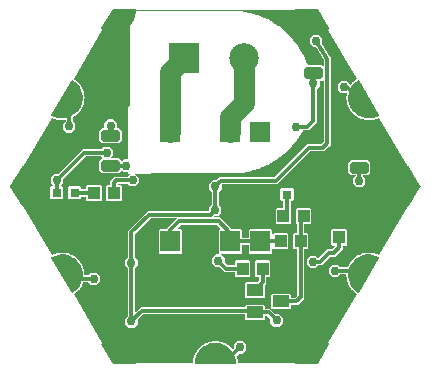
<source format=gbr>
G04 EAGLE Gerber RS-274X export*
G75*
%MOMM*%
%FSLAX34Y34*%
%LPD*%
%INTop Copper*%
%IPPOS*%
%AMOC8*
5,1,8,0,0,1.08239X$1,22.5*%
G01*
%ADD10R,0.800000X0.800000*%
%ADD11R,1.000000X1.100000*%
%ADD12C,0.499997*%
%ADD13C,1.000000*%
%ADD14R,2.500000X2.500000*%
%ADD15C,2.500000*%
%ADD16R,1.671800X1.811800*%
%ADD17R,1.400000X1.000000*%
%ADD18C,0.304800*%
%ADD19C,0.756400*%
%ADD20C,1.778000*%

G36*
X278630Y195708D02*
X278630Y195708D01*
X278658Y195706D01*
X278726Y195728D01*
X278797Y195742D01*
X278820Y195758D01*
X278847Y195767D01*
X278902Y195814D01*
X278961Y195855D01*
X278976Y195879D01*
X278998Y195897D01*
X279029Y195962D01*
X279068Y196022D01*
X279073Y196050D01*
X279085Y196076D01*
X279094Y196177D01*
X279101Y196219D01*
X279099Y196229D01*
X279100Y196242D01*
X279043Y196957D01*
X327165Y196957D01*
X327177Y196967D01*
X327176Y196968D01*
X327177Y196969D01*
X327177Y197041D01*
X327242Y197106D01*
X327243Y197110D01*
X327243Y197111D01*
X327246Y197113D01*
X327362Y198517D01*
X327359Y198521D01*
X327361Y198524D01*
X327265Y198684D01*
X327430Y199334D01*
X327429Y199335D01*
X327430Y199336D01*
X327485Y200003D01*
X327627Y200123D01*
X327628Y200128D01*
X327631Y200130D01*
X328000Y201586D01*
X328000Y201587D01*
X328000Y201588D01*
X327998Y201591D01*
X328000Y201594D01*
X327932Y201767D01*
X328201Y202381D01*
X328201Y202382D01*
X328202Y202383D01*
X328366Y203032D01*
X328526Y203127D01*
X328528Y203132D01*
X328531Y203133D01*
X329135Y204509D01*
X329134Y204511D01*
X329135Y204512D01*
X329134Y204514D01*
X329135Y204516D01*
X329097Y204698D01*
X329464Y205259D01*
X329464Y205261D01*
X329465Y205261D01*
X329734Y205874D01*
X329907Y205942D01*
X329909Y205946D01*
X329913Y205947D01*
X330735Y207205D01*
X330734Y207208D01*
X330736Y207210D01*
X330735Y207211D01*
X330737Y207212D01*
X330729Y207398D01*
X331183Y207891D01*
X331183Y207892D01*
X331184Y207892D01*
X331550Y208453D01*
X331733Y208491D01*
X331735Y208495D01*
X331739Y208495D01*
X332757Y209601D01*
X332757Y209605D01*
X332760Y209607D01*
X332783Y209792D01*
X333311Y210203D01*
X333312Y210205D01*
X333313Y210205D01*
X333767Y210698D01*
X333953Y210705D01*
X333956Y210709D01*
X333959Y210708D01*
X335145Y211631D01*
X335146Y211635D01*
X335150Y211637D01*
X335203Y211815D01*
X335792Y212134D01*
X335792Y212136D01*
X335793Y212135D01*
X336322Y212547D01*
X336507Y212524D01*
X336511Y212526D01*
X336514Y212525D01*
X337836Y213240D01*
X337837Y213245D01*
X337841Y213246D01*
X337923Y213413D01*
X338556Y213630D01*
X338557Y213632D01*
X338558Y213631D01*
X339147Y213950D01*
X339326Y213897D01*
X339330Y213899D01*
X339333Y213897D01*
X340754Y214385D01*
X340757Y214389D01*
X340760Y214389D01*
X340868Y214541D01*
X341529Y214651D01*
X341530Y214652D01*
X341531Y214652D01*
X342165Y214869D01*
X342332Y214787D01*
X342336Y214789D01*
X342339Y214786D01*
X343821Y215034D01*
X343824Y215037D01*
X343828Y215037D01*
X343959Y215169D01*
X344629Y215169D01*
X344630Y215170D01*
X344631Y215169D01*
X345292Y215279D01*
X345444Y215171D01*
X345448Y215171D01*
X345451Y215169D01*
X346953Y215169D01*
X346957Y215172D01*
X346960Y215171D01*
X347112Y215279D01*
X347773Y215169D01*
X347774Y215170D01*
X347775Y215169D01*
X348445Y215169D01*
X348576Y215037D01*
X348581Y215037D01*
X348583Y215034D01*
X350065Y214786D01*
X350069Y214789D01*
X350072Y214787D01*
X350239Y214869D01*
X350873Y214652D01*
X350874Y214652D01*
X350875Y214651D01*
X351536Y214541D01*
X351644Y214389D01*
X351648Y214388D01*
X351650Y214385D01*
X353071Y213897D01*
X353075Y213899D01*
X353078Y213897D01*
X353257Y213950D01*
X353846Y213631D01*
X353847Y213631D01*
X353848Y213630D01*
X354481Y213413D01*
X354563Y213246D01*
X354567Y213244D01*
X354568Y213240D01*
X355890Y212525D01*
X355894Y212526D01*
X355897Y212524D01*
X356082Y212547D01*
X356611Y212135D01*
X356612Y212135D01*
X356612Y212134D01*
X357201Y211815D01*
X357254Y211637D01*
X357258Y211634D01*
X357259Y211631D01*
X358445Y210708D01*
X358449Y210708D01*
X358451Y210705D01*
X358637Y210698D01*
X359091Y210205D01*
X359093Y210205D01*
X359093Y210203D01*
X359621Y209792D01*
X359644Y209607D01*
X359648Y209604D01*
X359647Y209601D01*
X360665Y208495D01*
X360670Y208494D01*
X360671Y208491D01*
X360854Y208453D01*
X360985Y208251D01*
X360986Y208251D01*
X360989Y208250D01*
X361001Y208247D01*
X361001Y208250D01*
X361004Y208249D01*
X361717Y208963D01*
X361718Y208968D01*
X361721Y208971D01*
X361721Y212160D01*
X364829Y215268D01*
X369226Y215268D01*
X372334Y212160D01*
X372334Y207763D01*
X369226Y204655D01*
X366037Y204655D01*
X366033Y204651D01*
X366029Y204651D01*
X364118Y202740D01*
X364117Y202736D01*
X364117Y202733D01*
X364115Y202729D01*
X364202Y202383D01*
X364203Y202382D01*
X364203Y202381D01*
X364472Y201767D01*
X364404Y201594D01*
X364405Y201591D01*
X364404Y201590D01*
X364405Y201588D01*
X364404Y201586D01*
X364773Y200130D01*
X364777Y200127D01*
X364777Y200123D01*
X364919Y200003D01*
X364974Y199336D01*
X364975Y199335D01*
X364974Y199334D01*
X365139Y198684D01*
X365043Y198524D01*
X365044Y198522D01*
X365043Y198522D01*
X365044Y198521D01*
X365044Y198520D01*
X365042Y198517D01*
X365158Y197113D01*
X365162Y197110D01*
X365162Y197106D01*
X365227Y197041D01*
X365227Y196969D01*
X365237Y196957D01*
X365238Y196958D01*
X365239Y196957D01*
X413361Y196957D01*
X413304Y196242D01*
X413308Y196213D01*
X413303Y196185D01*
X413320Y196116D01*
X413328Y196044D01*
X413343Y196020D01*
X413349Y195992D01*
X413392Y195934D01*
X413428Y195872D01*
X413450Y195855D01*
X413467Y195832D01*
X413529Y195795D01*
X413586Y195752D01*
X413614Y195745D01*
X413638Y195730D01*
X413738Y195714D01*
X413779Y195703D01*
X413789Y195705D01*
X413802Y195703D01*
X432802Y195703D01*
X432878Y195718D01*
X432956Y195727D01*
X432975Y195738D01*
X432997Y195742D01*
X433061Y195786D01*
X433129Y195825D01*
X433145Y195844D01*
X433161Y195855D01*
X433185Y195893D01*
X433235Y195953D01*
X442735Y212453D01*
X442744Y212480D01*
X442760Y212504D01*
X442775Y212574D01*
X442798Y212642D01*
X442795Y212670D01*
X442801Y212698D01*
X442788Y212769D01*
X442782Y212840D01*
X442769Y212865D01*
X442763Y212893D01*
X442723Y212953D01*
X442690Y213016D01*
X442668Y213034D01*
X442652Y213058D01*
X442569Y213116D01*
X442537Y213143D01*
X442526Y213146D01*
X442516Y213153D01*
X441888Y213450D01*
X465940Y255110D01*
X465940Y255113D01*
X465942Y255115D01*
X465939Y255118D01*
X465937Y255126D01*
X465936Y255126D01*
X465936Y255127D01*
X465862Y255169D01*
X465839Y255258D01*
X465834Y255261D01*
X465834Y255265D01*
X464679Y256066D01*
X464675Y256066D01*
X464673Y256068D01*
X464486Y256066D01*
X464007Y256533D01*
X464005Y256533D01*
X464005Y256535D01*
X463455Y256917D01*
X463422Y257100D01*
X463418Y257103D01*
X463418Y257106D01*
X462344Y258153D01*
X462339Y258153D01*
X462338Y258156D01*
X462153Y258184D01*
X461757Y258724D01*
X461756Y258725D01*
X461756Y258726D01*
X461276Y259193D01*
X461273Y259379D01*
X461270Y259383D01*
X461271Y259386D01*
X460384Y260595D01*
X460379Y260596D01*
X460378Y260600D01*
X460201Y260658D01*
X459899Y261256D01*
X459898Y261256D01*
X459898Y261257D01*
X459502Y261797D01*
X459530Y261981D01*
X459527Y261985D01*
X459529Y261989D01*
X458852Y263327D01*
X458848Y263329D01*
X458847Y263332D01*
X458682Y263419D01*
X458483Y264058D01*
X458482Y264059D01*
X458482Y264060D01*
X458180Y264658D01*
X458238Y264835D01*
X458236Y264839D01*
X458238Y264842D01*
X457792Y266274D01*
X457788Y266276D01*
X457787Y266280D01*
X457639Y266392D01*
X457547Y267056D01*
X457546Y267057D01*
X457547Y267058D01*
X457347Y267697D01*
X457434Y267862D01*
X457433Y267863D01*
X457434Y267864D01*
X457433Y267865D01*
X457433Y267866D01*
X457435Y267869D01*
X457230Y269355D01*
X457227Y269358D01*
X457227Y269361D01*
X457099Y269497D01*
X457118Y270166D01*
X457117Y270167D01*
X457118Y270168D01*
X457026Y270832D01*
X457139Y270980D01*
X457138Y270985D01*
X457141Y270987D01*
X457160Y271641D01*
X457149Y271653D01*
X457148Y271652D01*
X457148Y271653D01*
X451964Y271653D01*
X451960Y271650D01*
X451956Y271650D01*
X449701Y269395D01*
X445305Y269395D01*
X442197Y272504D01*
X442197Y276900D01*
X445305Y280009D01*
X449701Y280009D01*
X451956Y277754D01*
X451962Y277754D01*
X451964Y277751D01*
X458314Y277751D01*
X458321Y277757D01*
X458325Y277758D01*
X458625Y278559D01*
X458625Y278560D01*
X458624Y278564D01*
X458626Y278567D01*
X458578Y278747D01*
X458913Y279326D01*
X458913Y279328D01*
X458914Y279328D01*
X459149Y279956D01*
X459319Y280033D01*
X459321Y280037D01*
X459324Y280037D01*
X460075Y281336D01*
X460074Y281340D01*
X460076Y281341D01*
X460076Y281342D01*
X460076Y281343D01*
X460058Y281528D01*
X460485Y282045D01*
X460485Y282046D01*
X460486Y282046D01*
X460821Y282626D01*
X461001Y282674D01*
X461004Y282678D01*
X461007Y282678D01*
X461961Y283835D01*
X461961Y283840D01*
X461964Y283842D01*
X461977Y284028D01*
X462482Y284467D01*
X462483Y284469D01*
X462484Y284469D01*
X462910Y284986D01*
X463095Y285004D01*
X463098Y285007D01*
X463102Y285006D01*
X464234Y285991D01*
X464234Y285995D01*
X464237Y285997D01*
X464281Y286178D01*
X464852Y286528D01*
X464852Y286530D01*
X464853Y286529D01*
X465359Y286969D01*
X465544Y286956D01*
X465548Y286959D01*
X465551Y286958D01*
X466830Y287742D01*
X466831Y287747D01*
X466834Y287748D01*
X466907Y287919D01*
X467528Y288171D01*
X467528Y288172D01*
X467530Y288172D01*
X468100Y288522D01*
X468281Y288479D01*
X468285Y288481D01*
X468289Y288480D01*
X469678Y289043D01*
X469680Y289047D01*
X469684Y289048D01*
X469784Y289205D01*
X470438Y289351D01*
X470438Y289352D01*
X470439Y289351D01*
X471060Y289603D01*
X471232Y289531D01*
X471236Y289532D01*
X471239Y289530D01*
X472703Y289857D01*
X472705Y289861D01*
X472709Y289861D01*
X472833Y289999D01*
X473502Y290036D01*
X473503Y290037D01*
X473504Y290036D01*
X474158Y290182D01*
X474315Y290082D01*
X474319Y290083D01*
X474320Y290081D01*
X474321Y290081D01*
X474322Y290080D01*
X475819Y290162D01*
X475822Y290165D01*
X475823Y290165D01*
X475826Y290165D01*
X475972Y290281D01*
X476637Y290207D01*
X476638Y290208D01*
X476639Y290207D01*
X477308Y290243D01*
X477447Y290119D01*
X477452Y290119D01*
X477454Y290116D01*
X478944Y289950D01*
X478948Y289953D01*
X478951Y289951D01*
X479114Y290042D01*
X479758Y289859D01*
X479760Y289860D01*
X479760Y289859D01*
X480426Y289785D01*
X480542Y289639D01*
X480547Y289639D01*
X480548Y289635D01*
X481991Y289226D01*
X481995Y289228D01*
X481998Y289227D01*
X482174Y289289D01*
X482779Y289003D01*
X482781Y289004D01*
X482781Y289002D01*
X483426Y288820D01*
X483516Y288657D01*
X483521Y288656D01*
X483522Y288652D01*
X484792Y288052D01*
X484794Y288052D01*
X484795Y288052D01*
X484799Y288052D01*
X484801Y288051D01*
X484890Y288075D01*
X484941Y288045D01*
X484956Y288048D01*
X484956Y288049D01*
X484957Y288049D01*
X509010Y329711D01*
X509618Y329291D01*
X509645Y329280D01*
X509667Y329261D01*
X509736Y329241D01*
X509801Y329213D01*
X509830Y329213D01*
X509858Y329205D01*
X509929Y329213D01*
X510000Y329213D01*
X510027Y329224D01*
X510056Y329227D01*
X510118Y329262D01*
X510183Y329290D01*
X510204Y329310D01*
X510229Y329325D01*
X510292Y329402D01*
X510322Y329432D01*
X510326Y329442D01*
X510335Y329453D01*
X519835Y345953D01*
X519845Y345985D01*
X519854Y345998D01*
X519858Y346022D01*
X519859Y346026D01*
X519890Y346096D01*
X519890Y346120D01*
X519898Y346142D01*
X519892Y346218D01*
X519893Y346295D01*
X519883Y346319D01*
X519882Y346340D01*
X519861Y346379D01*
X519835Y346451D01*
X510335Y362951D01*
X510316Y362973D01*
X510303Y362999D01*
X510250Y363047D01*
X510203Y363100D01*
X510177Y363113D01*
X510156Y363132D01*
X510088Y363155D01*
X510024Y363186D01*
X509995Y363188D01*
X509968Y363197D01*
X509896Y363192D01*
X509825Y363195D01*
X509798Y363185D01*
X509769Y363183D01*
X509679Y363141D01*
X509639Y363126D01*
X509631Y363119D01*
X509618Y363113D01*
X509010Y362693D01*
X484957Y404355D01*
X484949Y404357D01*
X484948Y404359D01*
X484945Y404359D01*
X484942Y404360D01*
X484942Y404359D01*
X484941Y404359D01*
X484890Y404329D01*
X484801Y404353D01*
X484796Y404351D01*
X484792Y404352D01*
X483522Y403752D01*
X483520Y403748D01*
X483516Y403747D01*
X483426Y403584D01*
X482781Y403402D01*
X482780Y403400D01*
X482779Y403401D01*
X482174Y403115D01*
X481998Y403177D01*
X481997Y403177D01*
X481992Y403177D01*
X481991Y403178D01*
X480548Y402769D01*
X480546Y402765D01*
X480542Y402765D01*
X480426Y402619D01*
X479760Y402545D01*
X479760Y402544D01*
X479759Y402544D01*
X479758Y402545D01*
X479114Y402362D01*
X478951Y402453D01*
X478947Y402452D01*
X478944Y402454D01*
X477454Y402288D01*
X477451Y402285D01*
X477447Y402285D01*
X477308Y402161D01*
X476639Y402197D01*
X476638Y402196D01*
X476637Y402197D01*
X475972Y402123D01*
X475826Y402239D01*
X475822Y402239D01*
X475819Y402242D01*
X474322Y402324D01*
X474318Y402321D01*
X474315Y402322D01*
X474158Y402222D01*
X473504Y402368D01*
X473503Y402367D01*
X473502Y402368D01*
X472833Y402405D01*
X472709Y402543D01*
X472704Y402544D01*
X472703Y402547D01*
X471239Y402874D01*
X471235Y402872D01*
X471232Y402873D01*
X471060Y402801D01*
X470439Y403053D01*
X470438Y403052D01*
X470438Y403053D01*
X469784Y403199D01*
X469684Y403356D01*
X469680Y403358D01*
X469678Y403361D01*
X468289Y403924D01*
X468284Y403923D01*
X468281Y403925D01*
X468100Y403882D01*
X467530Y404232D01*
X467528Y404232D01*
X467528Y404233D01*
X466907Y404485D01*
X466834Y404656D01*
X466830Y404658D01*
X466829Y404662D01*
X465551Y405446D01*
X465547Y405445D01*
X465544Y405448D01*
X465359Y405435D01*
X464853Y405875D01*
X464852Y405875D01*
X464852Y405876D01*
X464281Y406226D01*
X464237Y406407D01*
X464234Y406410D01*
X464233Y406413D01*
X463102Y407398D01*
X463097Y407398D01*
X463095Y407400D01*
X462910Y407418D01*
X462484Y407935D01*
X462482Y407935D01*
X462482Y407937D01*
X461977Y408376D01*
X461964Y408562D01*
X461961Y408565D01*
X461961Y408569D01*
X461007Y409726D01*
X461003Y409726D01*
X461001Y409730D01*
X460821Y409778D01*
X460486Y410358D01*
X460484Y410358D01*
X460485Y410359D01*
X460058Y410876D01*
X460076Y411061D01*
X460074Y411065D01*
X460075Y411068D01*
X459324Y412367D01*
X459320Y412368D01*
X459319Y412371D01*
X459149Y412448D01*
X458914Y413076D01*
X458913Y413076D01*
X458913Y413078D01*
X458578Y413657D01*
X458626Y413837D01*
X458624Y413841D01*
X458625Y413845D01*
X458099Y415249D01*
X458095Y415251D01*
X458094Y415254D01*
X457940Y415358D01*
X457811Y416016D01*
X457810Y416017D01*
X457810Y416018D01*
X457575Y416645D01*
X457652Y416814D01*
X457651Y416819D01*
X457652Y416820D01*
X457652Y416821D01*
X457653Y416822D01*
X457364Y418293D01*
X457361Y418296D01*
X457361Y418299D01*
X457225Y418427D01*
X457207Y419097D01*
X457206Y419098D01*
X457206Y419099D01*
X457077Y419756D01*
X457181Y419911D01*
X457181Y419915D01*
X457183Y419918D01*
X457141Y421417D01*
X457138Y421420D01*
X457139Y421424D01*
X457026Y421572D01*
X457118Y422236D01*
X457117Y422237D01*
X457118Y422238D01*
X457099Y422907D01*
X457227Y423043D01*
X457227Y423047D01*
X457230Y423049D01*
X457435Y424535D01*
X457433Y424539D01*
X457434Y424542D01*
X457347Y424707D01*
X457475Y425117D01*
X457473Y425122D01*
X457473Y425128D01*
X457470Y425128D01*
X457469Y425131D01*
X457464Y425129D01*
X457463Y425130D01*
X457462Y425130D01*
X457460Y425129D01*
X457455Y425129D01*
X457334Y425008D01*
X452938Y425008D01*
X449829Y428116D01*
X449829Y432512D01*
X452938Y435621D01*
X457334Y435621D01*
X460443Y432512D01*
X460443Y431925D01*
X460446Y431922D01*
X460446Y431917D01*
X460450Y431917D01*
X460453Y431913D01*
X460458Y431918D01*
X460464Y431918D01*
X461271Y433018D01*
X461271Y433022D01*
X461273Y433025D01*
X461276Y433211D01*
X461756Y433678D01*
X461756Y433680D01*
X461757Y433680D01*
X462153Y434220D01*
X462338Y434248D01*
X462340Y434251D01*
X462344Y434251D01*
X463418Y435298D01*
X463419Y435302D01*
X463422Y435304D01*
X463455Y435487D01*
X464005Y435869D01*
X464005Y435871D01*
X464006Y435871D01*
X464486Y436338D01*
X464673Y436336D01*
X464676Y436339D01*
X464679Y436338D01*
X465834Y437139D01*
X465835Y437144D01*
X465839Y437146D01*
X465862Y437235D01*
X465936Y437277D01*
X465941Y437292D01*
X465940Y437293D01*
X465940Y437294D01*
X441888Y478954D01*
X442516Y479251D01*
X442538Y479268D01*
X442565Y479278D01*
X442617Y479327D01*
X442675Y479370D01*
X442689Y479395D01*
X442710Y479414D01*
X442739Y479480D01*
X442775Y479542D01*
X442778Y479570D01*
X442790Y479596D01*
X442791Y479668D01*
X442800Y479739D01*
X442792Y479766D01*
X442793Y479795D01*
X442757Y479890D01*
X442746Y479930D01*
X442739Y479939D01*
X442735Y479951D01*
X433235Y496451D01*
X433183Y496510D01*
X433137Y496572D01*
X433118Y496583D01*
X433103Y496600D01*
X433033Y496634D01*
X432966Y496674D01*
X432942Y496678D01*
X432924Y496686D01*
X432879Y496688D01*
X432802Y496701D01*
X413802Y496701D01*
X413774Y496696D01*
X413746Y496698D01*
X413678Y496676D01*
X413607Y496662D01*
X413584Y496646D01*
X413557Y496637D01*
X413502Y496590D01*
X413443Y496549D01*
X413428Y496525D01*
X413407Y496507D01*
X413375Y496442D01*
X413336Y496382D01*
X413331Y496354D01*
X413319Y496328D01*
X413310Y496227D01*
X413303Y496185D01*
X413305Y496175D01*
X413304Y496162D01*
X413361Y495447D01*
X279043Y495447D01*
X279100Y496162D01*
X279096Y496191D01*
X279101Y496219D01*
X279084Y496288D01*
X279076Y496360D01*
X279062Y496384D01*
X279055Y496412D01*
X279012Y496470D01*
X278977Y496532D01*
X278954Y496549D01*
X278937Y496572D01*
X278875Y496609D01*
X278818Y496652D01*
X278790Y496659D01*
X278766Y496674D01*
X278666Y496690D01*
X278625Y496701D01*
X278615Y496699D01*
X278602Y496701D01*
X259602Y496701D01*
X259526Y496686D01*
X259448Y496677D01*
X259429Y496666D01*
X259407Y496662D01*
X259343Y496618D01*
X259275Y496579D01*
X259259Y496560D01*
X259243Y496549D01*
X259219Y496511D01*
X259169Y496451D01*
X249669Y479951D01*
X249660Y479924D01*
X249644Y479900D01*
X249629Y479830D01*
X249606Y479762D01*
X249609Y479734D01*
X249603Y479706D01*
X249617Y479636D01*
X249622Y479564D01*
X249635Y479539D01*
X249641Y479511D01*
X249681Y479451D01*
X249714Y479388D01*
X249736Y479370D01*
X249752Y479346D01*
X249835Y479288D01*
X249867Y479261D01*
X249878Y479258D01*
X249889Y479251D01*
X250516Y478954D01*
X226464Y437294D01*
X226467Y437278D01*
X226468Y437278D01*
X226468Y437277D01*
X226542Y437235D01*
X226565Y437146D01*
X226570Y437143D01*
X226570Y437139D01*
X227725Y436338D01*
X227729Y436338D01*
X227731Y436336D01*
X227918Y436338D01*
X228398Y435871D01*
X228399Y435871D01*
X228399Y435869D01*
X228949Y435487D01*
X228982Y435304D01*
X228986Y435301D01*
X228986Y435298D01*
X230060Y434251D01*
X230065Y434251D01*
X230066Y434248D01*
X230251Y434220D01*
X230647Y433680D01*
X230648Y433679D01*
X230648Y433678D01*
X231128Y433211D01*
X231131Y433025D01*
X231134Y433021D01*
X231133Y433018D01*
X232020Y431809D01*
X232025Y431808D01*
X232026Y431804D01*
X232203Y431746D01*
X232505Y431148D01*
X232506Y431148D01*
X232506Y431147D01*
X232902Y430607D01*
X232874Y430423D01*
X232876Y430420D01*
X232875Y430420D01*
X232877Y430419D01*
X232875Y430415D01*
X233552Y429077D01*
X233556Y429075D01*
X233557Y429072D01*
X233722Y428985D01*
X233921Y428346D01*
X233922Y428345D01*
X233922Y428344D01*
X234224Y427746D01*
X234166Y427569D01*
X234166Y427568D01*
X234165Y427567D01*
X234167Y427565D01*
X234166Y427562D01*
X234612Y426130D01*
X234616Y426128D01*
X234617Y426124D01*
X234765Y426012D01*
X234857Y425348D01*
X234858Y425347D01*
X234857Y425346D01*
X235057Y424707D01*
X234970Y424542D01*
X234971Y424538D01*
X234969Y424535D01*
X235174Y423049D01*
X235177Y423046D01*
X235177Y423043D01*
X235305Y422907D01*
X235286Y422238D01*
X235287Y422237D01*
X235286Y422236D01*
X235378Y421572D01*
X235265Y421424D01*
X235266Y421421D01*
X235264Y421419D01*
X235264Y421418D01*
X235263Y421417D01*
X235221Y419918D01*
X235224Y419914D01*
X235223Y419911D01*
X235327Y419756D01*
X235198Y419099D01*
X235198Y419098D01*
X235197Y419097D01*
X235179Y418427D01*
X235043Y418299D01*
X235043Y418295D01*
X235040Y418293D01*
X234751Y416822D01*
X234754Y416818D01*
X234752Y416814D01*
X234829Y416645D01*
X234594Y416018D01*
X234594Y416016D01*
X234593Y416016D01*
X234464Y415358D01*
X234310Y415254D01*
X234309Y415250D01*
X234305Y415249D01*
X233779Y413845D01*
X233780Y413840D01*
X233780Y413839D01*
X233779Y413839D01*
X233779Y413838D01*
X233778Y413837D01*
X233826Y413657D01*
X233491Y413078D01*
X233491Y413076D01*
X233490Y413076D01*
X233255Y412448D01*
X233085Y412371D01*
X233083Y412367D01*
X233080Y412367D01*
X232329Y411068D01*
X232330Y411064D01*
X232328Y411061D01*
X232346Y410876D01*
X231919Y410359D01*
X231919Y410358D01*
X231918Y410358D01*
X231583Y409778D01*
X231403Y409729D01*
X231400Y409726D01*
X231397Y409726D01*
X230443Y408569D01*
X230443Y408565D01*
X230440Y408562D01*
X230427Y408376D01*
X229922Y407937D01*
X229921Y407935D01*
X229920Y407935D01*
X229494Y407418D01*
X229309Y407400D01*
X229306Y407397D01*
X229302Y407398D01*
X228170Y406413D01*
X228170Y406409D01*
X228167Y406407D01*
X228123Y406226D01*
X227552Y405876D01*
X227552Y405874D01*
X227551Y405875D01*
X227045Y405435D01*
X226860Y405448D01*
X226856Y405445D01*
X226853Y405446D01*
X225574Y404662D01*
X225573Y404657D01*
X225570Y404656D01*
X225497Y404485D01*
X225410Y404449D01*
X225406Y404441D01*
X225403Y404438D01*
X225403Y401443D01*
X225407Y401439D01*
X225406Y401434D01*
X227661Y399180D01*
X227661Y394784D01*
X224552Y391675D01*
X220156Y391675D01*
X217047Y394784D01*
X217047Y399180D01*
X219302Y401434D01*
X219302Y401440D01*
X219305Y401443D01*
X219305Y402378D01*
X219295Y402390D01*
X219294Y402389D01*
X219293Y402389D01*
X219293Y402390D01*
X218902Y402368D01*
X218901Y402367D01*
X218900Y402368D01*
X218246Y402222D01*
X218089Y402322D01*
X218084Y402321D01*
X218082Y402324D01*
X216585Y402242D01*
X216581Y402239D01*
X216578Y402239D01*
X216432Y402123D01*
X215767Y402197D01*
X215766Y402196D01*
X215765Y402197D01*
X215096Y402161D01*
X214957Y402285D01*
X214952Y402285D01*
X214950Y402288D01*
X213460Y402454D01*
X213456Y402451D01*
X213453Y402453D01*
X213290Y402362D01*
X212646Y402545D01*
X212645Y402544D01*
X212644Y402544D01*
X212644Y402545D01*
X211978Y402619D01*
X211862Y402765D01*
X211857Y402765D01*
X211856Y402769D01*
X210413Y403178D01*
X210412Y403177D01*
X210407Y403177D01*
X210406Y403177D01*
X210230Y403115D01*
X209625Y403401D01*
X209623Y403400D01*
X209623Y403402D01*
X208978Y403584D01*
X208888Y403747D01*
X208883Y403748D01*
X208882Y403752D01*
X207612Y404352D01*
X207607Y404351D01*
X207603Y404353D01*
X207514Y404329D01*
X207463Y404359D01*
X207461Y404359D01*
X207460Y404359D01*
X207456Y404359D01*
X207454Y404357D01*
X207448Y404356D01*
X207448Y404355D01*
X207447Y404355D01*
X183394Y362693D01*
X182786Y363113D01*
X182759Y363124D01*
X182737Y363143D01*
X182668Y363163D01*
X182603Y363191D01*
X182574Y363191D01*
X182546Y363199D01*
X182475Y363191D01*
X182404Y363192D01*
X182377Y363180D01*
X182348Y363177D01*
X182286Y363142D01*
X182221Y363114D01*
X182200Y363094D01*
X182175Y363079D01*
X182112Y363002D01*
X182082Y362972D01*
X182078Y362962D01*
X182069Y362951D01*
X172569Y346451D01*
X172545Y346378D01*
X172514Y346308D01*
X172514Y346284D01*
X172506Y346262D01*
X172513Y346186D01*
X172512Y346109D01*
X172521Y346085D01*
X172522Y346064D01*
X172543Y346025D01*
X172562Y345973D01*
X172563Y345967D01*
X172565Y345965D01*
X172569Y345953D01*
X182069Y329453D01*
X182088Y329431D01*
X182101Y329405D01*
X182154Y329357D01*
X182201Y329304D01*
X182227Y329291D01*
X182249Y329272D01*
X182316Y329249D01*
X182380Y329218D01*
X182409Y329217D01*
X182436Y329207D01*
X182508Y329212D01*
X182579Y329209D01*
X182606Y329219D01*
X182635Y329221D01*
X182725Y329263D01*
X182765Y329278D01*
X182773Y329285D01*
X182786Y329291D01*
X183394Y329711D01*
X207447Y288049D01*
X207462Y288044D01*
X207462Y288045D01*
X207463Y288045D01*
X207514Y288075D01*
X207603Y288051D01*
X207605Y288052D01*
X207609Y288052D01*
X207610Y288052D01*
X207612Y288052D01*
X208882Y288652D01*
X208884Y288656D01*
X208888Y288657D01*
X208978Y288820D01*
X209623Y289002D01*
X209624Y289004D01*
X209625Y289003D01*
X210230Y289289D01*
X210406Y289227D01*
X210410Y289228D01*
X210413Y289226D01*
X211856Y289635D01*
X211858Y289639D01*
X211862Y289639D01*
X211978Y289785D01*
X212644Y289859D01*
X212645Y289860D01*
X212646Y289859D01*
X213290Y290042D01*
X213453Y289951D01*
X213457Y289952D01*
X213460Y289950D01*
X214950Y290116D01*
X214953Y290119D01*
X214957Y290119D01*
X215096Y290243D01*
X215765Y290207D01*
X215766Y290208D01*
X215767Y290207D01*
X216432Y290281D01*
X216578Y290165D01*
X216582Y290165D01*
X216585Y290162D01*
X218082Y290080D01*
X218083Y290081D01*
X218084Y290081D01*
X218086Y290083D01*
X218089Y290082D01*
X218246Y290182D01*
X218900Y290036D01*
X218901Y290037D01*
X218902Y290036D01*
X219571Y289999D01*
X219695Y289861D01*
X219700Y289860D01*
X219701Y289857D01*
X221165Y289530D01*
X221169Y289532D01*
X221172Y289531D01*
X221344Y289603D01*
X221965Y289351D01*
X221966Y289352D01*
X221966Y289351D01*
X222620Y289205D01*
X222720Y289048D01*
X222724Y289046D01*
X222726Y289043D01*
X224115Y288480D01*
X224120Y288481D01*
X224123Y288479D01*
X224304Y288522D01*
X224874Y288172D01*
X224876Y288172D01*
X224876Y288171D01*
X225497Y287919D01*
X225570Y287748D01*
X225574Y287746D01*
X225575Y287742D01*
X226853Y286958D01*
X226857Y286959D01*
X226860Y286956D01*
X227045Y286969D01*
X227551Y286529D01*
X227552Y286529D01*
X227552Y286528D01*
X228123Y286178D01*
X228167Y285997D01*
X228170Y285994D01*
X228171Y285991D01*
X229302Y285006D01*
X229307Y285006D01*
X229309Y285004D01*
X229494Y284986D01*
X229920Y284469D01*
X229922Y284469D01*
X229922Y284467D01*
X230427Y284028D01*
X230440Y283842D01*
X230443Y283839D01*
X230443Y283835D01*
X231397Y282678D01*
X231401Y282678D01*
X231403Y282674D01*
X231583Y282626D01*
X231918Y282046D01*
X231920Y282046D01*
X231919Y282045D01*
X232346Y281528D01*
X232328Y281343D01*
X232330Y281339D01*
X232329Y281336D01*
X233080Y280037D01*
X233084Y280036D01*
X233085Y280033D01*
X233255Y279956D01*
X233490Y279328D01*
X233491Y279328D01*
X233491Y279326D01*
X233826Y278747D01*
X233778Y278567D01*
X233780Y278564D01*
X233779Y278563D01*
X233780Y278562D01*
X233779Y278559D01*
X234305Y277155D01*
X234309Y277153D01*
X234310Y277150D01*
X234464Y277046D01*
X234593Y276388D01*
X234594Y276387D01*
X234594Y276386D01*
X234829Y275759D01*
X234752Y275590D01*
X234753Y275585D01*
X234751Y275582D01*
X235040Y274111D01*
X235043Y274108D01*
X235043Y274105D01*
X235179Y273977D01*
X235197Y273307D01*
X235198Y273306D01*
X235198Y273305D01*
X235327Y272648D01*
X235223Y272493D01*
X235223Y272489D01*
X235221Y272487D01*
X235221Y272486D01*
X235263Y270987D01*
X235266Y270984D01*
X235265Y270980D01*
X235323Y270904D01*
X235329Y270903D01*
X235332Y270899D01*
X238612Y270899D01*
X238616Y270903D01*
X238620Y270903D01*
X240875Y273157D01*
X245271Y273157D01*
X248380Y270049D01*
X248380Y265653D01*
X245271Y262544D01*
X240875Y262544D01*
X238620Y264798D01*
X238615Y264799D01*
X238612Y264802D01*
X234193Y264802D01*
X234192Y264801D01*
X234191Y264802D01*
X234189Y264798D01*
X234181Y264792D01*
X234183Y264789D01*
X234182Y264786D01*
X234224Y264658D01*
X233922Y264060D01*
X233922Y264059D01*
X233921Y264058D01*
X233722Y263419D01*
X233557Y263332D01*
X233555Y263328D01*
X233552Y263327D01*
X232875Y261989D01*
X232877Y261984D01*
X232874Y261981D01*
X232902Y261797D01*
X232506Y261257D01*
X232506Y261256D01*
X232505Y261256D01*
X232203Y260658D01*
X232026Y260600D01*
X232024Y260596D01*
X232020Y260595D01*
X231133Y259386D01*
X231133Y259382D01*
X231131Y259379D01*
X231128Y259193D01*
X230648Y258726D01*
X230648Y258724D01*
X230647Y258724D01*
X230251Y258184D01*
X230066Y258156D01*
X230064Y258153D01*
X230060Y258153D01*
X228986Y257106D01*
X228985Y257102D01*
X228984Y257101D01*
X228982Y257100D01*
X228949Y256917D01*
X228399Y256535D01*
X228399Y256533D01*
X228397Y256533D01*
X227918Y256066D01*
X227731Y256068D01*
X227728Y256065D01*
X227725Y256066D01*
X226570Y255265D01*
X226569Y255260D01*
X226565Y255258D01*
X226542Y255169D01*
X226468Y255127D01*
X226466Y255121D01*
X226462Y255118D01*
X226464Y255115D01*
X226463Y255112D01*
X226464Y255111D01*
X226464Y255110D01*
X250516Y213450D01*
X249889Y213153D01*
X249866Y213136D01*
X249839Y213126D01*
X249787Y213077D01*
X249729Y213034D01*
X249715Y213009D01*
X249694Y212990D01*
X249665Y212924D01*
X249629Y212862D01*
X249626Y212834D01*
X249614Y212808D01*
X249613Y212736D01*
X249604Y212665D01*
X249612Y212638D01*
X249612Y212609D01*
X249647Y212514D01*
X249658Y212474D01*
X249665Y212465D01*
X249669Y212453D01*
X259169Y195953D01*
X259221Y195895D01*
X259267Y195832D01*
X259286Y195821D01*
X259301Y195804D01*
X259371Y195770D01*
X259438Y195730D01*
X259463Y195726D01*
X259480Y195718D01*
X259525Y195716D01*
X259602Y195703D01*
X278602Y195703D01*
X278630Y195708D01*
G37*
%LPC*%
G36*
X272919Y226532D02*
X272919Y226532D01*
X269811Y229640D01*
X269811Y234037D01*
X272083Y236309D01*
X272083Y236313D01*
X272084Y236313D01*
X272083Y236314D01*
X272083Y236315D01*
X272087Y236317D01*
X272087Y277187D01*
X272083Y277191D01*
X272083Y277195D01*
X269829Y279450D01*
X269829Y283846D01*
X272083Y286101D01*
X272083Y286104D01*
X272083Y286105D01*
X272083Y286106D01*
X272087Y286109D01*
X272087Y308468D01*
X273876Y310258D01*
X287191Y323573D01*
X288980Y325362D01*
X340721Y325362D01*
X340733Y325372D01*
X340732Y325373D01*
X340733Y325374D01*
X340733Y328324D01*
X343150Y330741D01*
X343150Y330747D01*
X343153Y330749D01*
X343153Y341741D01*
X343150Y341745D01*
X343150Y341749D01*
X340895Y344004D01*
X340895Y348400D01*
X344004Y351509D01*
X347192Y351509D01*
X347196Y351512D01*
X347201Y351512D01*
X349557Y353868D01*
X395838Y353868D01*
X395843Y353872D01*
X395847Y353872D01*
X424073Y382098D01*
X435757Y382098D01*
X435761Y382102D01*
X435765Y382102D01*
X437750Y384086D01*
X437750Y384091D01*
X437753Y384094D01*
X437753Y437052D01*
X437750Y437056D01*
X437751Y437060D01*
X437746Y437060D01*
X437743Y437064D01*
X437738Y437061D01*
X437733Y437061D01*
X436389Y435717D01*
X434418Y435717D01*
X434415Y435714D01*
X434411Y435715D01*
X434411Y435711D01*
X434406Y435707D01*
X434410Y435703D01*
X434410Y435697D01*
X434534Y435573D01*
X434534Y431177D01*
X432104Y428747D01*
X432104Y428741D01*
X432100Y428738D01*
X432100Y400451D01*
X425349Y393699D01*
X420342Y393699D01*
X420336Y393694D01*
X420331Y393692D01*
X420290Y393604D01*
X420291Y393599D01*
X420289Y393596D01*
X420312Y393498D01*
X420027Y393041D01*
X420027Y393040D01*
X420026Y393039D01*
X419798Y392551D01*
X419703Y392517D01*
X419701Y392512D01*
X419697Y392512D01*
X415963Y386525D01*
X415964Y386520D01*
X415961Y386517D01*
X415972Y386417D01*
X415634Y385997D01*
X415634Y385996D01*
X415633Y385996D01*
X415348Y385539D01*
X415250Y385516D01*
X415247Y385512D01*
X415243Y385512D01*
X410817Y380017D01*
X410818Y380012D01*
X410815Y380009D01*
X410814Y379908D01*
X410427Y379532D01*
X410427Y379531D01*
X410088Y379111D01*
X409988Y379101D01*
X409985Y379097D01*
X409981Y379097D01*
X404928Y374173D01*
X404927Y374168D01*
X404924Y374166D01*
X404911Y374066D01*
X404482Y373739D01*
X404482Y373738D01*
X404481Y373738D01*
X404095Y373362D01*
X403994Y373363D01*
X403991Y373360D01*
X403987Y373361D01*
X398379Y369079D01*
X398378Y369074D01*
X398375Y369072D01*
X398349Y368975D01*
X397885Y368702D01*
X397885Y368701D01*
X397884Y368701D01*
X397455Y368374D01*
X397355Y368387D01*
X397351Y368384D01*
X397348Y368386D01*
X391266Y364808D01*
X391265Y364803D01*
X391261Y364802D01*
X391224Y364708D01*
X390730Y364493D01*
X390730Y364492D01*
X390729Y364492D01*
X390264Y364219D01*
X390167Y364244D01*
X390162Y364242D01*
X390159Y364243D01*
X383692Y361422D01*
X383690Y361417D01*
X383686Y361417D01*
X383638Y361328D01*
X383122Y361173D01*
X383121Y361172D01*
X383120Y361173D01*
X382626Y360957D01*
X382533Y360994D01*
X382528Y360992D01*
X382525Y360994D01*
X375766Y358970D01*
X375763Y358966D01*
X375759Y358965D01*
X375701Y358883D01*
X375170Y358791D01*
X375169Y358791D01*
X374652Y358636D01*
X374564Y358684D01*
X374559Y358683D01*
X374556Y358685D01*
X367564Y357480D01*
X367561Y357477D01*
X367557Y357477D01*
X367458Y357377D01*
X366955Y357375D01*
X366954Y357374D01*
X366953Y357375D01*
X366457Y357290D01*
X366342Y357371D01*
X366338Y357370D01*
X366336Y357373D01*
X363299Y357361D01*
X363291Y357361D01*
X360255Y357349D01*
X360247Y357349D01*
X357210Y357337D01*
X357202Y357337D01*
X354166Y357325D01*
X354158Y357325D01*
X351122Y357313D01*
X351114Y357313D01*
X348077Y357301D01*
X348069Y357301D01*
X345033Y357289D01*
X345025Y357289D01*
X341989Y357277D01*
X341981Y357277D01*
X338944Y357265D01*
X338936Y357265D01*
X335900Y357253D01*
X335892Y357253D01*
X332855Y357242D01*
X332848Y357242D01*
X332847Y357242D01*
X329811Y357230D01*
X329803Y357230D01*
X326767Y357218D01*
X326759Y357218D01*
X323722Y357206D01*
X323714Y357206D01*
X320678Y357194D01*
X320670Y357194D01*
X317634Y357182D01*
X317626Y357182D01*
X314589Y357170D01*
X314581Y357170D01*
X311545Y357158D01*
X311537Y357158D01*
X308501Y357146D01*
X308493Y357146D01*
X305456Y357134D01*
X305448Y357134D01*
X302412Y357122D01*
X302404Y357122D01*
X299367Y357110D01*
X299360Y357110D01*
X299359Y357110D01*
X296323Y357098D01*
X296315Y357098D01*
X293279Y357086D01*
X293271Y357086D01*
X290234Y357074D01*
X290226Y357074D01*
X287190Y357062D01*
X287182Y357062D01*
X284146Y357051D01*
X284138Y357051D01*
X281101Y357039D01*
X281093Y357039D01*
X278057Y357027D01*
X278049Y357027D01*
X275013Y357015D01*
X275005Y357015D01*
X274176Y357011D01*
X274172Y357008D01*
X274167Y357008D01*
X274164Y357005D01*
X273540Y357009D01*
X272917Y357007D01*
X272914Y357010D01*
X272908Y357010D01*
X272906Y357013D01*
X272901Y357013D01*
X272464Y357456D01*
X272021Y357896D01*
X272021Y357901D01*
X272017Y357905D01*
X272017Y357909D01*
X272014Y357912D01*
X272017Y358343D01*
X272006Y358355D01*
X272006Y358354D01*
X272005Y358355D01*
X268647Y358355D01*
X266845Y360157D01*
X266841Y360158D01*
X266838Y360161D01*
X266835Y360158D01*
X266829Y360158D01*
X266829Y360153D01*
X266825Y360149D01*
X266825Y359521D01*
X264467Y357163D01*
X250133Y357163D01*
X247775Y359521D01*
X247775Y367855D01*
X250133Y370213D01*
X250954Y370213D01*
X250958Y370215D01*
X250962Y370215D01*
X250962Y370219D01*
X250966Y370223D01*
X250963Y370227D01*
X250963Y370233D01*
X249690Y371506D01*
X249684Y371507D01*
X249681Y371510D01*
X236365Y371510D01*
X236361Y371506D01*
X236357Y371506D01*
X217348Y352497D01*
X217347Y352493D01*
X217346Y352492D01*
X217347Y352491D01*
X217344Y352489D01*
X217344Y349300D01*
X215090Y347046D01*
X215089Y347040D01*
X215086Y347037D01*
X215086Y346184D01*
X215096Y346172D01*
X215097Y346173D01*
X215098Y346172D01*
X216669Y346172D01*
X217562Y345279D01*
X217562Y336015D01*
X216669Y335122D01*
X207406Y335122D01*
X206513Y336015D01*
X206513Y345279D01*
X207406Y346172D01*
X208977Y346172D01*
X208988Y346182D01*
X208988Y346183D01*
X208989Y346184D01*
X208989Y347037D01*
X208985Y347042D01*
X208985Y347046D01*
X206731Y349300D01*
X206731Y353697D01*
X209839Y356805D01*
X213028Y356805D01*
X213032Y356809D01*
X213036Y356809D01*
X233835Y377607D01*
X249681Y377607D01*
X249685Y377611D01*
X249690Y377611D01*
X251944Y379865D01*
X256340Y379865D01*
X259449Y376757D01*
X259449Y372360D01*
X257322Y370233D01*
X257321Y370229D01*
X257318Y370226D01*
X257321Y370223D01*
X257321Y370217D01*
X257326Y370217D01*
X257330Y370213D01*
X264467Y370213D01*
X266825Y367855D01*
X266825Y367175D01*
X266827Y367172D01*
X266827Y367168D01*
X266831Y367167D01*
X266835Y367163D01*
X266839Y367167D01*
X266845Y367167D01*
X268647Y368969D01*
X272076Y368969D01*
X272088Y368979D01*
X272087Y368980D01*
X272088Y368981D01*
X272845Y481894D01*
X273092Y482096D01*
X273114Y482123D01*
X273150Y482152D01*
X275177Y484445D01*
X275194Y484474D01*
X275225Y484509D01*
X276857Y487097D01*
X276869Y487129D01*
X276894Y487168D01*
X278090Y489985D01*
X278097Y490018D01*
X278116Y490061D01*
X278844Y493033D01*
X278846Y493067D01*
X278857Y493112D01*
X279002Y494936D01*
X292856Y494941D01*
X360314Y494963D01*
X360315Y494964D01*
X360317Y494967D01*
X360321Y494966D01*
X360373Y495010D01*
X360939Y494963D01*
X360940Y494964D01*
X360940Y494963D01*
X361508Y494964D01*
X361557Y494915D01*
X361562Y494915D01*
X361564Y494912D01*
X368564Y494334D01*
X368567Y494337D01*
X368571Y494336D01*
X368655Y494391D01*
X369183Y494283D01*
X369184Y494283D01*
X369185Y494283D01*
X369722Y494238D01*
X369787Y494161D01*
X369792Y494161D01*
X369794Y494157D01*
X376705Y492737D01*
X376709Y492739D01*
X376713Y492738D01*
X376803Y492783D01*
X377314Y492611D01*
X377315Y492612D01*
X377316Y492611D01*
X377844Y492503D01*
X377899Y492418D01*
X377904Y492417D01*
X377905Y492414D01*
X384596Y490173D01*
X384600Y490175D01*
X384604Y490173D01*
X384699Y490207D01*
X385186Y489976D01*
X385187Y489976D01*
X385698Y489804D01*
X385743Y489714D01*
X385748Y489712D01*
X385749Y489709D01*
X392122Y486681D01*
X392127Y486683D01*
X392130Y486680D01*
X392228Y486703D01*
X392684Y486415D01*
X392685Y486415D01*
X392685Y486414D01*
X393172Y486183D01*
X393206Y486088D01*
X393210Y486085D01*
X393210Y486082D01*
X399174Y482311D01*
X399177Y482311D01*
X399178Y482311D01*
X399180Y482311D01*
X399182Y482309D01*
X399282Y482319D01*
X399700Y481979D01*
X399701Y481979D01*
X399701Y481978D01*
X400157Y481690D01*
X400179Y481591D01*
X400183Y481589D01*
X400183Y481585D01*
X405651Y477125D01*
X405656Y477126D01*
X405658Y477123D01*
X405759Y477121D01*
X406133Y476732D01*
X406134Y476732D01*
X406134Y476731D01*
X406551Y476391D01*
X406562Y476290D01*
X406565Y476287D01*
X406565Y476283D01*
X411458Y471200D01*
X411463Y471199D01*
X411465Y471196D01*
X411565Y471182D01*
X411889Y470752D01*
X411890Y470751D01*
X412264Y470362D01*
X412262Y470261D01*
X412265Y470258D01*
X412264Y470254D01*
X416511Y464620D01*
X416516Y464619D01*
X416518Y464615D01*
X416615Y464589D01*
X416886Y464123D01*
X416887Y464123D01*
X416887Y464122D01*
X417211Y463692D01*
X417197Y463592D01*
X417200Y463588D01*
X417198Y463584D01*
X420738Y457480D01*
X420743Y457479D01*
X420744Y457475D01*
X420838Y457438D01*
X421050Y456943D01*
X421051Y456942D01*
X421051Y456941D01*
X421322Y456475D01*
X421296Y456378D01*
X421298Y456373D01*
X421297Y456372D01*
X421296Y456370D01*
X424078Y449885D01*
X424082Y449883D01*
X424083Y449880D01*
X424171Y449831D01*
X424323Y449314D01*
X424324Y449313D01*
X424323Y449312D01*
X424536Y448817D01*
X424522Y448783D01*
X424523Y448781D01*
X424521Y448780D01*
X424524Y448777D01*
X424527Y448768D01*
X424531Y448769D01*
X424533Y448767D01*
X436389Y448767D01*
X437733Y447423D01*
X437737Y447423D01*
X437740Y447420D01*
X437743Y447422D01*
X437748Y447422D01*
X437749Y447428D01*
X437753Y447431D01*
X437753Y453187D01*
X437750Y453190D01*
X437751Y453193D01*
X431095Y464125D01*
X431087Y464127D01*
X431084Y464131D01*
X429231Y464131D01*
X426122Y467240D01*
X426122Y471636D01*
X429231Y474744D01*
X433627Y474744D01*
X436736Y471636D01*
X436736Y467240D01*
X436495Y466998D01*
X436494Y466987D01*
X436493Y466984D01*
X443215Y455944D01*
X443217Y455943D01*
X443217Y455942D01*
X443850Y455308D01*
X443850Y454904D01*
X443853Y454901D01*
X443852Y454898D01*
X444062Y454552D01*
X443851Y453682D01*
X443852Y453680D01*
X443850Y453679D01*
X443850Y381563D01*
X442061Y379774D01*
X440077Y377790D01*
X438288Y376001D01*
X426603Y376001D01*
X426599Y375997D01*
X426595Y375997D01*
X398369Y347771D01*
X352087Y347771D01*
X352083Y347767D01*
X352079Y347767D01*
X351512Y347201D01*
X351512Y347195D01*
X351509Y347192D01*
X351509Y344004D01*
X349254Y341749D01*
X349254Y341744D01*
X349251Y341741D01*
X349251Y330424D01*
X349254Y330420D01*
X349254Y330416D01*
X351346Y328324D01*
X351346Y323928D01*
X348238Y320819D01*
X345049Y320819D01*
X345045Y320815D01*
X345041Y320816D01*
X344098Y319873D01*
X344098Y319869D01*
X344095Y319867D01*
X344095Y319866D01*
X344098Y319863D01*
X344097Y319857D01*
X344103Y319857D01*
X344107Y319853D01*
X350157Y319853D01*
X359606Y310404D01*
X359612Y310403D01*
X359615Y310400D01*
X367954Y310400D01*
X368847Y309507D01*
X368847Y302877D01*
X368857Y302865D01*
X368858Y302866D01*
X368859Y302865D01*
X374467Y302865D01*
X374479Y302876D01*
X374479Y302877D01*
X374479Y309507D01*
X375372Y310400D01*
X393354Y310400D01*
X394247Y309507D01*
X394247Y302877D01*
X394257Y302865D01*
X394258Y302866D01*
X394259Y302865D01*
X394909Y302865D01*
X394921Y302876D01*
X394921Y302877D01*
X394921Y305920D01*
X395814Y306813D01*
X407077Y306813D01*
X407971Y305920D01*
X407971Y293657D01*
X407077Y292764D01*
X395814Y292764D01*
X394921Y293657D01*
X394921Y296756D01*
X394911Y296768D01*
X394910Y296767D01*
X394909Y296768D01*
X394259Y296768D01*
X394247Y296757D01*
X394248Y296757D01*
X394247Y296756D01*
X394247Y290126D01*
X393354Y289233D01*
X375372Y289233D01*
X374479Y290126D01*
X374479Y296756D01*
X374469Y296768D01*
X374468Y296767D01*
X374467Y296768D01*
X368859Y296768D01*
X368847Y296757D01*
X368848Y296757D01*
X368847Y296756D01*
X368847Y290126D01*
X367954Y289233D01*
X349972Y289233D01*
X349079Y290126D01*
X349079Y309507D01*
X349972Y310400D01*
X350958Y310400D01*
X350961Y310403D01*
X350965Y310403D01*
X350965Y310407D01*
X350970Y310411D01*
X350966Y310415D01*
X350966Y310421D01*
X347635Y313752D01*
X347630Y313752D01*
X347629Y313753D01*
X347628Y313753D01*
X347627Y313755D01*
X316827Y313755D01*
X316823Y313752D01*
X316819Y313752D01*
X313488Y310421D01*
X313487Y310417D01*
X313484Y310414D01*
X313487Y310411D01*
X313487Y310405D01*
X313492Y310405D01*
X313496Y310400D01*
X317154Y310400D01*
X318047Y309507D01*
X318047Y290126D01*
X317154Y289233D01*
X299172Y289233D01*
X298279Y290126D01*
X298279Y309507D01*
X299172Y310400D01*
X305102Y310400D01*
X305114Y310411D01*
X305113Y310412D01*
X305114Y310412D01*
X305114Y310670D01*
X312507Y318063D01*
X313688Y319244D01*
X313688Y319248D01*
X313691Y319251D01*
X313689Y319254D01*
X313689Y319260D01*
X313683Y319260D01*
X313680Y319265D01*
X291511Y319265D01*
X291507Y319261D01*
X291503Y319261D01*
X278188Y305946D01*
X278187Y305940D01*
X278184Y305938D01*
X278184Y286109D01*
X278188Y286105D01*
X278188Y286101D01*
X280442Y283846D01*
X280442Y279450D01*
X278188Y277195D01*
X278187Y277191D01*
X278186Y277190D01*
X278187Y277189D01*
X278184Y277187D01*
X278184Y239292D01*
X278187Y239289D01*
X278187Y239285D01*
X278191Y239285D01*
X278195Y239281D01*
X278199Y239284D01*
X278204Y239284D01*
X282784Y243863D01*
X371032Y243863D01*
X371043Y243874D01*
X371043Y243875D01*
X371043Y245034D01*
X371937Y245927D01*
X387200Y245927D01*
X388093Y245034D01*
X388093Y242463D01*
X388103Y242451D01*
X388104Y242452D01*
X388105Y242451D01*
X392629Y242451D01*
X396946Y238134D01*
X396951Y238134D01*
X396954Y238131D01*
X400142Y238131D01*
X403251Y235022D01*
X403251Y230626D01*
X400143Y227517D01*
X395746Y227517D01*
X392638Y230626D01*
X392638Y233814D01*
X392634Y233819D01*
X392634Y233823D01*
X390107Y236350D01*
X390102Y236350D01*
X390101Y236350D01*
X390098Y236353D01*
X388105Y236353D01*
X388093Y236343D01*
X388094Y236342D01*
X388093Y236342D01*
X388093Y233771D01*
X387200Y232877D01*
X371937Y232877D01*
X371043Y233771D01*
X371043Y237754D01*
X371033Y237766D01*
X371032Y237765D01*
X371032Y237766D01*
X285314Y237766D01*
X285310Y237762D01*
X285306Y237762D01*
X280428Y232884D01*
X280428Y232880D01*
X280425Y232878D01*
X280426Y232877D01*
X280424Y232876D01*
X280424Y229640D01*
X277316Y226532D01*
X272919Y226532D01*
G37*
%LPD*%
%LPC*%
G36*
X393937Y242377D02*
X393937Y242377D01*
X393043Y243271D01*
X393043Y254534D01*
X393937Y255427D01*
X409200Y255427D01*
X410093Y254534D01*
X410093Y251836D01*
X410103Y251824D01*
X410104Y251825D01*
X410105Y251824D01*
X413573Y251824D01*
X413577Y251828D01*
X413581Y251827D01*
X415394Y253640D01*
X415394Y253644D01*
X415396Y253646D01*
X415396Y253647D01*
X415397Y253648D01*
X415397Y292752D01*
X415387Y292764D01*
X415386Y292763D01*
X415385Y292764D01*
X412814Y292764D01*
X411921Y293657D01*
X411921Y305920D01*
X412814Y306813D01*
X415385Y306813D01*
X415397Y306824D01*
X415396Y306825D01*
X415397Y306825D01*
X415397Y314139D01*
X415387Y314151D01*
X415386Y314150D01*
X415385Y314151D01*
X415156Y314151D01*
X414263Y315044D01*
X414263Y327307D01*
X415156Y328200D01*
X426419Y328200D01*
X427312Y327307D01*
X427312Y315044D01*
X426419Y314151D01*
X421506Y314151D01*
X421495Y314140D01*
X421495Y314139D01*
X421495Y306825D01*
X421505Y306813D01*
X421506Y306814D01*
X421506Y306813D01*
X424077Y306813D01*
X424971Y305920D01*
X424971Y293657D01*
X424077Y292764D01*
X421506Y292764D01*
X421495Y292753D01*
X421495Y292752D01*
X421495Y251118D01*
X416103Y245727D01*
X410105Y245727D01*
X410093Y245716D01*
X410094Y245715D01*
X410093Y245715D01*
X410093Y243271D01*
X409200Y242377D01*
X393937Y242377D01*
G37*
%LPD*%
G36*
X363231Y195709D02*
X363231Y195709D01*
X363260Y195706D01*
X363327Y195728D01*
X363397Y195742D01*
X363421Y195759D01*
X363449Y195768D01*
X363502Y195815D01*
X363561Y195855D01*
X363577Y195879D01*
X363599Y195899D01*
X363630Y195963D01*
X363668Y196022D01*
X363673Y196051D01*
X363685Y196077D01*
X363694Y196177D01*
X363701Y196219D01*
X363698Y196229D01*
X363700Y196243D01*
X363468Y199041D01*
X363458Y199075D01*
X363454Y199123D01*
X362765Y201844D01*
X362750Y201876D01*
X362738Y201922D01*
X361610Y204494D01*
X361590Y204522D01*
X361571Y204566D01*
X360035Y206917D01*
X360011Y206941D01*
X359985Y206982D01*
X358083Y209047D01*
X358055Y209068D01*
X358022Y209103D01*
X355807Y210828D01*
X355776Y210843D01*
X355738Y210873D01*
X353268Y212209D01*
X353235Y212219D01*
X353193Y212242D01*
X352007Y212650D01*
X350553Y213149D01*
X350537Y213154D01*
X350503Y213159D01*
X350457Y213174D01*
X347688Y213636D01*
X347653Y213635D01*
X347606Y213643D01*
X344798Y213643D01*
X344764Y213636D01*
X344716Y213636D01*
X341947Y213174D01*
X341914Y213162D01*
X341867Y213154D01*
X339211Y212242D01*
X339181Y212225D01*
X339136Y212209D01*
X336666Y210873D01*
X336640Y210851D01*
X336597Y210828D01*
X334382Y209103D01*
X334359Y209077D01*
X334321Y209047D01*
X332419Y206982D01*
X332401Y206952D01*
X332369Y206917D01*
X330833Y204566D01*
X330820Y204534D01*
X330794Y204494D01*
X329666Y201922D01*
X329659Y201889D01*
X329656Y201882D01*
X329650Y201873D01*
X329649Y201867D01*
X329639Y201844D01*
X328950Y199123D01*
X328948Y199088D01*
X328936Y199041D01*
X328704Y196243D01*
X328708Y196214D01*
X328703Y196185D01*
X328720Y196116D01*
X328728Y196046D01*
X328742Y196020D01*
X328749Y195992D01*
X328791Y195935D01*
X328826Y195873D01*
X328850Y195855D01*
X328867Y195832D01*
X328928Y195796D01*
X328985Y195753D01*
X329013Y195745D01*
X329038Y195730D01*
X329136Y195714D01*
X329177Y195703D01*
X329188Y195705D01*
X329202Y195703D01*
X363202Y195703D01*
X363231Y195709D01*
G37*
G36*
X224809Y256012D02*
X224809Y256012D01*
X224880Y256009D01*
X224907Y256019D01*
X224936Y256021D01*
X225026Y256063D01*
X225066Y256078D01*
X225074Y256086D01*
X225087Y256092D01*
X227390Y257691D01*
X227414Y257717D01*
X227454Y257744D01*
X229463Y259701D01*
X229482Y259730D01*
X229517Y259763D01*
X231176Y262024D01*
X231191Y262055D01*
X231220Y262094D01*
X232484Y264597D01*
X232493Y264631D01*
X232515Y264674D01*
X233351Y267351D01*
X233354Y267385D01*
X233369Y267431D01*
X233752Y270210D01*
X233750Y270244D01*
X233756Y270292D01*
X233677Y273095D01*
X233669Y273129D01*
X233668Y273177D01*
X233129Y275929D01*
X233115Y275961D01*
X233106Y276009D01*
X232121Y278634D01*
X232106Y278659D01*
X232101Y278679D01*
X232093Y278690D01*
X232086Y278709D01*
X230682Y281137D01*
X230659Y281163D01*
X230635Y281205D01*
X228851Y283368D01*
X228824Y283390D01*
X228793Y283427D01*
X226677Y285268D01*
X226647Y285285D01*
X226611Y285317D01*
X224220Y286784D01*
X224188Y286795D01*
X224147Y286821D01*
X221548Y287874D01*
X221514Y287881D01*
X221469Y287899D01*
X218732Y288510D01*
X218697Y288511D01*
X218650Y288522D01*
X215850Y288674D01*
X215816Y288669D01*
X215768Y288672D01*
X212980Y288362D01*
X212947Y288351D01*
X212899Y288346D01*
X210201Y287581D01*
X210171Y287565D01*
X210124Y287552D01*
X207589Y286353D01*
X207565Y286336D01*
X207538Y286326D01*
X207486Y286277D01*
X207429Y286234D01*
X207415Y286209D01*
X207394Y286189D01*
X207365Y286124D01*
X207329Y286063D01*
X207326Y286034D01*
X207314Y286007D01*
X207313Y285936D01*
X207304Y285865D01*
X207312Y285837D01*
X207312Y285808D01*
X207346Y285715D01*
X207358Y285674D01*
X207365Y285665D01*
X207370Y285652D01*
X224370Y256252D01*
X224389Y256230D01*
X224402Y256204D01*
X224455Y256156D01*
X224502Y256103D01*
X224528Y256091D01*
X224550Y256071D01*
X224617Y256048D01*
X224681Y256018D01*
X224710Y256016D01*
X224738Y256007D01*
X224809Y256012D01*
G37*
G36*
X476588Y403735D02*
X476588Y403735D01*
X476636Y403732D01*
X479424Y404042D01*
X479457Y404053D01*
X479505Y404058D01*
X482203Y404823D01*
X482233Y404839D01*
X482280Y404852D01*
X484815Y406051D01*
X484839Y406068D01*
X484866Y406078D01*
X484918Y406127D01*
X484975Y406170D01*
X484989Y406195D01*
X485011Y406215D01*
X485039Y406280D01*
X485075Y406342D01*
X485078Y406370D01*
X485090Y406397D01*
X485091Y406468D01*
X485100Y406539D01*
X485092Y406567D01*
X485092Y406596D01*
X485058Y406689D01*
X485046Y406730D01*
X485039Y406739D01*
X485034Y406752D01*
X468034Y436152D01*
X468015Y436174D01*
X468002Y436200D01*
X467949Y436248D01*
X467902Y436301D01*
X467876Y436313D01*
X467854Y436333D01*
X467787Y436356D01*
X467723Y436386D01*
X467694Y436388D01*
X467666Y436397D01*
X467595Y436392D01*
X467524Y436395D01*
X467497Y436385D01*
X467468Y436383D01*
X467378Y436341D01*
X467338Y436326D01*
X467330Y436318D01*
X467317Y436312D01*
X465014Y434713D01*
X464990Y434688D01*
X464950Y434660D01*
X462941Y432703D01*
X462922Y432674D01*
X462887Y432641D01*
X461228Y430380D01*
X461213Y430349D01*
X461184Y430310D01*
X459920Y427807D01*
X459911Y427773D01*
X459889Y427730D01*
X459053Y425053D01*
X459050Y425019D01*
X459035Y424973D01*
X458652Y422194D01*
X458654Y422160D01*
X458648Y422112D01*
X458727Y419309D01*
X458735Y419275D01*
X458736Y419227D01*
X459275Y416475D01*
X459289Y416443D01*
X459298Y416395D01*
X460283Y413770D01*
X460301Y413740D01*
X460318Y413695D01*
X461722Y411267D01*
X461745Y411241D01*
X461769Y411200D01*
X463553Y409036D01*
X463580Y409014D01*
X463611Y408977D01*
X465727Y407136D01*
X465757Y407119D01*
X465793Y407088D01*
X468184Y405620D01*
X468216Y405609D01*
X468257Y405583D01*
X470856Y404530D01*
X470890Y404523D01*
X470935Y404505D01*
X473672Y403894D01*
X473707Y403893D01*
X473754Y403882D01*
X476554Y403730D01*
X476588Y403735D01*
G37*
G36*
X467628Y256013D02*
X467628Y256013D01*
X467699Y256012D01*
X467726Y256023D01*
X467755Y256027D01*
X467817Y256061D01*
X467882Y256089D01*
X467903Y256110D01*
X467928Y256124D01*
X467991Y256200D01*
X468021Y256231D01*
X468025Y256241D01*
X468034Y256252D01*
X485034Y285652D01*
X485043Y285680D01*
X485060Y285704D01*
X485075Y285773D01*
X485097Y285841D01*
X485095Y285870D01*
X485101Y285898D01*
X485088Y285968D01*
X485082Y286039D01*
X485069Y286065D01*
X485063Y286093D01*
X485023Y286152D01*
X484991Y286215D01*
X484968Y286234D01*
X484952Y286258D01*
X484870Y286315D01*
X484837Y286342D01*
X484827Y286345D01*
X484815Y286353D01*
X482280Y287552D01*
X482246Y287560D01*
X482203Y287581D01*
X479505Y288346D01*
X479470Y288348D01*
X479424Y288362D01*
X476636Y288672D01*
X476602Y288669D01*
X476554Y288674D01*
X473754Y288522D01*
X473720Y288513D01*
X473672Y288510D01*
X470935Y287899D01*
X470903Y287885D01*
X470856Y287874D01*
X468257Y286821D01*
X468228Y286802D01*
X468184Y286784D01*
X465793Y285317D01*
X465768Y285293D01*
X465727Y285268D01*
X463611Y283427D01*
X463590Y283400D01*
X463553Y283368D01*
X461769Y281205D01*
X461753Y281174D01*
X461722Y281137D01*
X460318Y278709D01*
X460307Y278676D01*
X460300Y278663D01*
X460290Y278649D01*
X460290Y278646D01*
X460283Y278634D01*
X459298Y276009D01*
X459292Y275974D01*
X459275Y275929D01*
X458736Y273177D01*
X458736Y273143D01*
X458727Y273095D01*
X458648Y270292D01*
X458654Y270258D01*
X458652Y270210D01*
X459035Y267431D01*
X459047Y267399D01*
X459053Y267351D01*
X459889Y264674D01*
X459906Y264643D01*
X459920Y264597D01*
X461184Y262094D01*
X461206Y262067D01*
X461228Y262024D01*
X462887Y259763D01*
X462913Y259740D01*
X462941Y259701D01*
X464950Y257744D01*
X464979Y257725D01*
X465014Y257691D01*
X467317Y256092D01*
X467344Y256080D01*
X467367Y256062D01*
X467435Y256041D01*
X467500Y256013D01*
X467529Y256013D01*
X467557Y256005D01*
X467628Y256013D01*
G37*
G36*
X218650Y403882D02*
X218650Y403882D01*
X218684Y403891D01*
X218732Y403894D01*
X221469Y404505D01*
X221501Y404519D01*
X221548Y404530D01*
X224147Y405583D01*
X224176Y405602D01*
X224220Y405620D01*
X226611Y407088D01*
X226636Y407111D01*
X226677Y407136D01*
X228793Y408977D01*
X228814Y409004D01*
X228851Y409036D01*
X230635Y411200D01*
X230651Y411230D01*
X230682Y411267D01*
X232086Y413695D01*
X232097Y413728D01*
X232121Y413770D01*
X233106Y416395D01*
X233112Y416430D01*
X233129Y416475D01*
X233668Y419227D01*
X233668Y419262D01*
X233677Y419309D01*
X233756Y422112D01*
X233751Y422146D01*
X233752Y422194D01*
X233369Y424973D01*
X233357Y425005D01*
X233351Y425053D01*
X232515Y427730D01*
X232498Y427761D01*
X232484Y427807D01*
X231220Y430310D01*
X231198Y430337D01*
X231176Y430380D01*
X229517Y432641D01*
X229491Y432664D01*
X229463Y432703D01*
X227454Y434660D01*
X227425Y434679D01*
X227390Y434713D01*
X225087Y436312D01*
X225060Y436324D01*
X225037Y436342D01*
X224969Y436363D01*
X224904Y436391D01*
X224875Y436391D01*
X224847Y436399D01*
X224776Y436391D01*
X224705Y436392D01*
X224678Y436381D01*
X224649Y436377D01*
X224587Y436343D01*
X224522Y436315D01*
X224501Y436294D01*
X224476Y436280D01*
X224413Y436204D01*
X224383Y436173D01*
X224379Y436163D01*
X224370Y436152D01*
X207370Y406752D01*
X207361Y406724D01*
X207344Y406700D01*
X207329Y406631D01*
X207307Y406563D01*
X207309Y406534D01*
X207303Y406506D01*
X207316Y406436D01*
X207322Y406365D01*
X207335Y406339D01*
X207341Y406311D01*
X207381Y406252D01*
X207413Y406189D01*
X207436Y406170D01*
X207452Y406146D01*
X207534Y406089D01*
X207567Y406062D01*
X207577Y406059D01*
X207589Y406051D01*
X210124Y404852D01*
X210158Y404844D01*
X210201Y404823D01*
X212899Y404058D01*
X212934Y404056D01*
X212980Y404042D01*
X215768Y403732D01*
X215802Y403735D01*
X215850Y403730D01*
X218650Y403882D01*
G37*
%LPC*%
G36*
X371937Y251877D02*
X371937Y251877D01*
X371043Y252771D01*
X371043Y264034D01*
X371937Y264927D01*
X381776Y264927D01*
X381781Y264931D01*
X381785Y264930D01*
X383161Y266307D01*
X383161Y266311D01*
X383163Y266312D01*
X383162Y266313D01*
X383164Y266315D01*
X383164Y269521D01*
X383154Y269533D01*
X383153Y269532D01*
X383153Y269533D01*
X380582Y269533D01*
X379688Y270426D01*
X379688Y282689D01*
X380582Y283582D01*
X391845Y283582D01*
X392738Y282689D01*
X392738Y270426D01*
X391845Y269533D01*
X389274Y269533D01*
X389262Y269523D01*
X389263Y269522D01*
X389262Y269521D01*
X389262Y263784D01*
X388096Y262619D01*
X388096Y262615D01*
X388096Y262614D01*
X388096Y262613D01*
X388093Y262610D01*
X388093Y252771D01*
X387200Y251877D01*
X371937Y251877D01*
G37*
%LPD*%
%LPC*%
G36*
X426452Y277019D02*
X426452Y277019D01*
X423344Y280128D01*
X423344Y284524D01*
X426452Y287633D01*
X430849Y287633D01*
X433103Y285378D01*
X433108Y285378D01*
X433109Y285378D01*
X433111Y285375D01*
X433722Y285375D01*
X433727Y285379D01*
X433731Y285378D01*
X441096Y292743D01*
X444926Y292743D01*
X444931Y292747D01*
X444935Y292747D01*
X447954Y295766D01*
X447954Y295771D01*
X447957Y295774D01*
X447958Y295775D01*
X447958Y295923D01*
X447947Y295935D01*
X447946Y295934D01*
X447946Y295935D01*
X445375Y295935D01*
X444482Y296828D01*
X444482Y309091D01*
X445375Y309985D01*
X456638Y309985D01*
X457531Y309091D01*
X457531Y296828D01*
X456638Y295935D01*
X454067Y295935D01*
X454055Y295925D01*
X454056Y295924D01*
X454055Y295923D01*
X454055Y293244D01*
X447457Y286646D01*
X443627Y286646D01*
X443622Y286642D01*
X443618Y286642D01*
X436253Y279277D01*
X433111Y279277D01*
X433107Y279274D01*
X433103Y279274D01*
X430849Y277019D01*
X426452Y277019D01*
G37*
%LPD*%
%LPC*%
G36*
X254648Y333675D02*
X254648Y333675D01*
X253754Y334568D01*
X253754Y346831D01*
X254648Y347724D01*
X257219Y347724D01*
X257230Y347735D01*
X257230Y347736D01*
X257230Y350635D01*
X261073Y354478D01*
X271708Y354478D01*
X271712Y354482D01*
X271716Y354482D01*
X273971Y356736D01*
X278367Y356736D01*
X281476Y353627D01*
X281476Y349231D01*
X278367Y346123D01*
X273971Y346123D01*
X271716Y348377D01*
X271711Y348377D01*
X271708Y348381D01*
X263604Y348381D01*
X263600Y348377D01*
X263596Y348377D01*
X263331Y348113D01*
X263331Y348107D01*
X263328Y348104D01*
X263328Y347736D01*
X263338Y347724D01*
X263339Y347725D01*
X263340Y347724D01*
X265911Y347724D01*
X266804Y346831D01*
X266804Y334568D01*
X265911Y333675D01*
X254648Y333675D01*
G37*
%LPD*%
%LPC*%
G36*
X363582Y269533D02*
X363582Y269533D01*
X362688Y270426D01*
X362688Y273497D01*
X362678Y273509D01*
X362677Y273508D01*
X362677Y273509D01*
X354241Y273509D01*
X349701Y278049D01*
X349695Y278049D01*
X349692Y278053D01*
X346504Y278053D01*
X343395Y281161D01*
X343395Y285557D01*
X346504Y288666D01*
X350900Y288666D01*
X354009Y285557D01*
X354009Y282369D01*
X354012Y282365D01*
X354012Y282361D01*
X356763Y279610D01*
X356768Y279610D01*
X356771Y279606D01*
X362677Y279606D01*
X362688Y279617D01*
X362688Y279618D01*
X362688Y282689D01*
X363582Y283582D01*
X374845Y283582D01*
X375738Y282689D01*
X375738Y270426D01*
X374845Y269533D01*
X363582Y269533D01*
G37*
%LPD*%
%LPC*%
G36*
X398156Y314151D02*
X398156Y314151D01*
X397263Y315044D01*
X397263Y327307D01*
X398156Y328200D01*
X403731Y328200D01*
X403743Y328211D01*
X403742Y328211D01*
X403743Y328212D01*
X403743Y333586D01*
X403733Y333598D01*
X403732Y333598D01*
X403731Y333598D01*
X402160Y333598D01*
X401267Y334491D01*
X401267Y343755D01*
X402160Y344648D01*
X411423Y344648D01*
X412317Y343755D01*
X412317Y334491D01*
X411423Y333598D01*
X409852Y333598D01*
X409841Y333588D01*
X409841Y333587D01*
X409841Y333586D01*
X409841Y327784D01*
X409844Y327780D01*
X409844Y327775D01*
X410312Y327307D01*
X410312Y315044D01*
X409419Y314151D01*
X398156Y314151D01*
G37*
%LPD*%
%LPC*%
G36*
X237648Y333675D02*
X237648Y333675D01*
X236754Y334568D01*
X236754Y337586D01*
X236744Y337598D01*
X236743Y337597D01*
X236743Y337598D01*
X232574Y337598D01*
X232562Y337588D01*
X232563Y337587D01*
X232562Y337586D01*
X232562Y336015D01*
X231669Y335122D01*
X222406Y335122D01*
X221513Y336015D01*
X221513Y345279D01*
X222406Y346172D01*
X231669Y346172D01*
X232562Y345279D01*
X232562Y343708D01*
X232572Y343696D01*
X232573Y343697D01*
X232574Y343696D01*
X236743Y343696D01*
X236754Y343706D01*
X236754Y343707D01*
X236754Y343708D01*
X236754Y346831D01*
X237648Y347724D01*
X248911Y347724D01*
X249804Y346831D01*
X249804Y334568D01*
X248911Y333675D01*
X237648Y333675D01*
G37*
%LPD*%
%LPC*%
G36*
X465757Y345488D02*
X465757Y345488D01*
X462648Y348596D01*
X462648Y352992D01*
X464903Y355247D01*
X464903Y355253D01*
X464906Y355255D01*
X464906Y355412D01*
X464896Y355424D01*
X464895Y355423D01*
X464894Y355424D01*
X460788Y355424D01*
X458430Y357782D01*
X458430Y366116D01*
X460788Y368474D01*
X475122Y368474D01*
X477479Y366116D01*
X477479Y357782D01*
X475122Y355424D01*
X471015Y355424D01*
X471004Y355414D01*
X471004Y355413D01*
X471003Y355412D01*
X471003Y355255D01*
X471007Y355251D01*
X471007Y355247D01*
X473261Y352992D01*
X473261Y348596D01*
X470153Y345488D01*
X465757Y345488D01*
G37*
%LPD*%
%LPC*%
G36*
X250133Y382563D02*
X250133Y382563D01*
X247775Y384921D01*
X247775Y393255D01*
X250133Y395613D01*
X252067Y395613D01*
X252079Y395623D01*
X252078Y395624D01*
X252079Y395625D01*
X252079Y399762D01*
X255188Y402870D01*
X259584Y402870D01*
X262693Y399761D01*
X262693Y395625D01*
X262703Y395613D01*
X262704Y395613D01*
X264467Y395613D01*
X266825Y393255D01*
X266825Y384921D01*
X264467Y382563D01*
X250133Y382563D01*
G37*
%LPD*%
D10*
X227037Y340647D03*
X212037Y340647D03*
D11*
X451006Y302960D03*
X468006Y302960D03*
X243279Y340700D03*
X260279Y340700D03*
D12*
X262800Y386588D02*
X251800Y386588D01*
X251800Y391588D01*
X262800Y391588D01*
X262800Y386588D01*
X262800Y391338D02*
X251800Y391338D01*
X251800Y366188D02*
X262800Y366188D01*
X262800Y361188D01*
X251800Y361188D01*
X251800Y366188D01*
X251800Y365938D02*
X262800Y365938D01*
X423722Y439742D02*
X434722Y439742D01*
X423722Y439742D02*
X423722Y444742D01*
X434722Y444742D01*
X434722Y439742D01*
X434722Y444492D02*
X423722Y444492D01*
X462455Y359449D02*
X473455Y359449D01*
X462455Y359449D02*
X462455Y364449D01*
X473455Y364449D01*
X473455Y359449D01*
X473455Y364199D02*
X462455Y364199D01*
D13*
X428802Y489302D03*
X511402Y346202D03*
X428802Y203102D03*
X263602Y203102D03*
X181002Y346202D03*
X263602Y489302D03*
X470102Y417702D03*
X470102Y274702D03*
X346202Y203102D03*
X222302Y274702D03*
X222302Y417702D03*
D14*
X320022Y455130D03*
D15*
X370822Y455130D03*
D16*
X308163Y299817D03*
X333563Y299817D03*
X358963Y299817D03*
X384363Y299817D03*
X384363Y392217D03*
X358963Y392217D03*
X308163Y392217D03*
D17*
X401568Y248902D03*
X379568Y239402D03*
X379568Y258402D03*
D10*
X421792Y339123D03*
X406792Y339123D03*
D11*
X418446Y299789D03*
X401446Y299789D03*
X420788Y321175D03*
X403788Y321175D03*
X386213Y276558D03*
X369213Y276558D03*
D18*
X346039Y326126D02*
X346202Y326288D01*
D19*
X346039Y326126D03*
D18*
X342227Y322313D01*
X290243Y322313D01*
X275094Y231862D02*
X275118Y231839D01*
D19*
X275118Y231839D03*
D18*
X275135Y231903D02*
X284046Y240814D01*
D19*
X431429Y469438D03*
D18*
X440802Y454045D01*
X440802Y382826D02*
X437025Y379049D01*
X425336Y379049D01*
X440802Y382826D02*
X440802Y454045D01*
D19*
X254142Y374559D03*
D18*
X378156Y240814D02*
X379568Y239402D01*
X378156Y240814D02*
X284046Y240814D01*
X379568Y239402D02*
X391366Y239402D01*
X397944Y232824D01*
D19*
X397944Y232824D03*
D18*
X254142Y374559D02*
X235097Y374559D01*
X212037Y351499D02*
X212037Y340647D01*
X212037Y351499D02*
X235097Y374559D01*
D19*
X212037Y351499D03*
D18*
X275135Y307205D02*
X290243Y322313D01*
X275135Y231903D02*
X275094Y231862D01*
X275135Y281648D02*
X275135Y307205D01*
X275135Y281648D02*
X275135Y231903D01*
D19*
X275135Y281648D03*
X346202Y346202D03*
D18*
X346202Y326288D01*
X350820Y350820D02*
X397106Y350820D01*
X350820Y350820D02*
X346202Y346202D01*
X397106Y350820D02*
X425336Y379049D01*
D19*
X196436Y327736D03*
D18*
X181002Y343170D01*
X181002Y346202D01*
X428802Y203102D02*
X429886Y204186D01*
X428802Y203102D02*
X409524Y222380D01*
X282826Y222380D01*
X263602Y203155D01*
X263602Y203102D01*
D19*
X321872Y302303D03*
D18*
X324359Y299817D01*
X333563Y299817D01*
X429886Y269894D02*
X429886Y204186D01*
X448262Y455596D02*
X428802Y489302D01*
X435529Y339123D02*
X421792Y339123D01*
X263602Y260570D02*
X263602Y203102D01*
X263602Y260570D02*
X196436Y327736D01*
X437220Y371180D02*
X440949Y371180D01*
D19*
X437220Y371180D03*
D18*
X448262Y378493D02*
X448262Y455596D01*
X448262Y378493D02*
X440949Y371180D01*
X421792Y367758D02*
X421792Y339123D01*
X425214Y371180D02*
X437220Y371180D01*
X425214Y371180D02*
X421792Y367758D01*
D19*
X266355Y409412D03*
D18*
X257104Y409412D01*
X193893Y346202D01*
X181002Y346202D01*
X266355Y409412D02*
X266901Y409412D01*
X272153Y414665D01*
X272153Y480751D01*
X263602Y489302D01*
X468006Y306645D02*
X468006Y302960D01*
X468006Y306645D02*
X435529Y339123D01*
X468006Y302960D02*
X511248Y346202D01*
X511402Y346202D01*
X468006Y302960D02*
X448711Y283665D01*
X443657Y283665D02*
X429886Y269894D01*
X443657Y283665D02*
X448711Y283665D01*
D19*
X243073Y267851D03*
D18*
X229153Y267851D01*
X222302Y274702D01*
D19*
X222354Y396982D03*
D18*
X222354Y417650D01*
X222302Y417702D01*
X260279Y349372D02*
X260279Y340700D01*
D19*
X276169Y351429D03*
D18*
X262336Y351429D01*
X260279Y349372D01*
X243227Y340647D02*
X227037Y340647D01*
X243227Y340647D02*
X243279Y340700D01*
X451006Y302960D02*
X451006Y294507D01*
X446194Y289695D01*
X442359Y289695D01*
X434990Y282326D01*
X428650Y282326D01*
D19*
X428650Y282326D03*
X455136Y430314D03*
D18*
X457490Y430314D01*
X470102Y417702D01*
X429222Y433380D02*
X429222Y442242D01*
X429222Y433380D02*
X429227Y433375D01*
D19*
X429227Y433375D03*
D18*
X429052Y433210D02*
X429052Y401714D01*
X429052Y433210D02*
X429222Y433380D01*
X429052Y401714D02*
X424086Y396748D01*
X414045Y396748D01*
D19*
X414045Y396748D03*
D18*
X467955Y361949D02*
X467955Y350794D01*
D19*
X467955Y350794D03*
D18*
X470102Y274702D02*
X447503Y274702D01*
D19*
X447503Y274702D03*
X367027Y209961D03*
D18*
X360168Y203102D01*
X346202Y203102D01*
D19*
X270845Y363662D03*
D18*
X257326Y363662D01*
X257300Y363688D01*
X257300Y389088D02*
X257300Y397429D01*
X257434Y397563D01*
X257386Y397563D01*
D19*
X257386Y397563D03*
D20*
X308163Y392217D02*
X308163Y443271D01*
X320022Y455130D01*
X358963Y404571D02*
X358963Y392217D01*
X370822Y416430D02*
X370822Y455130D01*
X370822Y416430D02*
X358963Y404571D01*
D18*
X406792Y339123D02*
X406792Y324179D01*
X403788Y321175D01*
X384363Y299817D02*
X358963Y299817D01*
X308163Y299817D02*
X308163Y309408D01*
X315559Y316804D01*
X348894Y316804D01*
X358963Y306735D02*
X358963Y299817D01*
X358963Y306735D02*
X348894Y316804D01*
X384363Y299817D02*
X401418Y299817D01*
X401446Y299789D01*
X418446Y299789D02*
X418446Y318833D01*
X420788Y321175D01*
X418446Y299789D02*
X418446Y252381D01*
X414840Y248775D01*
X401695Y248775D01*
X401568Y248902D01*
X386213Y265047D02*
X379568Y258402D01*
X386213Y265047D02*
X386213Y276558D01*
X369213Y276558D02*
X355503Y276558D01*
X348702Y283359D01*
D19*
X348702Y283359D03*
M02*

</source>
